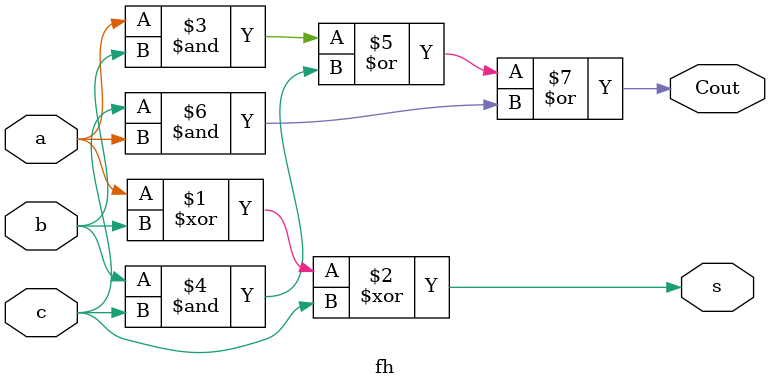
<source format=v>
module fh(
  input a,b,c,
  output s,Cout
);
  assign s=a^b^c;
  assign Cout= (a&b)|(b&c)|(c&a);
endmodule
  

</source>
